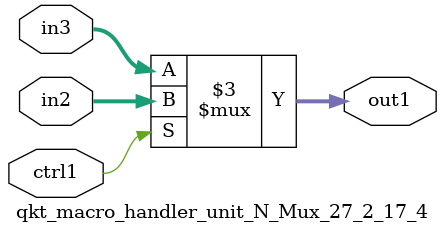
<source format=v>

`timescale 1ps / 1ps


module qkt_macro_handler_unit_N_Mux_27_2_17_4( in3, in2, ctrl1, out1 );

    input [26:0] in3;
    input [26:0] in2;
    input ctrl1;
    output [26:0] out1;
    reg [26:0] out1;

    
    // rtl_process:qkt_macro_handler_unit_N_Mux_27_2_17_4/qkt_macro_handler_unit_N_Mux_27_2_17_4_thread_1
    always @*
      begin : qkt_macro_handler_unit_N_Mux_27_2_17_4_thread_1
        case (ctrl1) 
          1'b1: 
            begin
              out1 = in2;
            end
          default: 
            begin
              out1 = in3;
            end
        endcase
      end

endmodule


</source>
